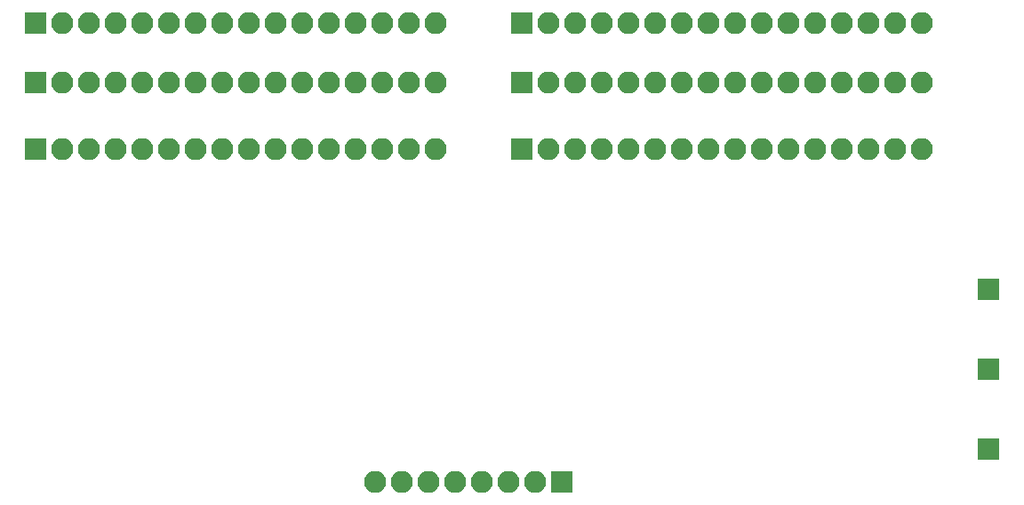
<source format=gbs>
G04 #@! TF.FileFunction,Soldermask,Bot*
%FSLAX46Y46*%
G04 Gerber Fmt 4.6, Leading zero omitted, Abs format (unit mm)*
G04 Created by KiCad (PCBNEW 4.0.6) date Tuesday, April 17, 2018 'PMt' 09:28:30 PM*
%MOMM*%
%LPD*%
G01*
G04 APERTURE LIST*
%ADD10C,0.100000*%
%ADD11R,2.100000X2.100000*%
%ADD12O,2.100000X2.100000*%
G04 APERTURE END LIST*
D10*
D11*
X153035000Y-83185000D03*
D12*
X155575000Y-83185000D03*
X158115000Y-83185000D03*
X160655000Y-83185000D03*
X163195000Y-83185000D03*
X165735000Y-83185000D03*
X168275000Y-83185000D03*
X170815000Y-83185000D03*
X173355000Y-83185000D03*
X175895000Y-83185000D03*
X178435000Y-83185000D03*
X180975000Y-83185000D03*
X183515000Y-83185000D03*
X186055000Y-83185000D03*
X188595000Y-83185000D03*
X191135000Y-83185000D03*
D11*
X106680000Y-89535000D03*
D12*
X109220000Y-89535000D03*
X111760000Y-89535000D03*
X114300000Y-89535000D03*
X116840000Y-89535000D03*
X119380000Y-89535000D03*
X121920000Y-89535000D03*
X124460000Y-89535000D03*
X127000000Y-89535000D03*
X129540000Y-89535000D03*
X132080000Y-89535000D03*
X134620000Y-89535000D03*
X137160000Y-89535000D03*
X139700000Y-89535000D03*
X142240000Y-89535000D03*
X144780000Y-89535000D03*
D11*
X106680000Y-83185000D03*
D12*
X109220000Y-83185000D03*
X111760000Y-83185000D03*
X114300000Y-83185000D03*
X116840000Y-83185000D03*
X119380000Y-83185000D03*
X121920000Y-83185000D03*
X124460000Y-83185000D03*
X127000000Y-83185000D03*
X129540000Y-83185000D03*
X132080000Y-83185000D03*
X134620000Y-83185000D03*
X137160000Y-83185000D03*
X139700000Y-83185000D03*
X142240000Y-83185000D03*
X144780000Y-83185000D03*
D11*
X153035000Y-89535000D03*
D12*
X155575000Y-89535000D03*
X158115000Y-89535000D03*
X160655000Y-89535000D03*
X163195000Y-89535000D03*
X165735000Y-89535000D03*
X168275000Y-89535000D03*
X170815000Y-89535000D03*
X173355000Y-89535000D03*
X175895000Y-89535000D03*
X178435000Y-89535000D03*
X180975000Y-89535000D03*
X183515000Y-89535000D03*
X186055000Y-89535000D03*
X188595000Y-89535000D03*
X191135000Y-89535000D03*
D11*
X153035000Y-77470000D03*
D12*
X155575000Y-77470000D03*
X158115000Y-77470000D03*
X160655000Y-77470000D03*
X163195000Y-77470000D03*
X165735000Y-77470000D03*
X168275000Y-77470000D03*
X170815000Y-77470000D03*
X173355000Y-77470000D03*
X175895000Y-77470000D03*
X178435000Y-77470000D03*
X180975000Y-77470000D03*
X183515000Y-77470000D03*
X186055000Y-77470000D03*
X188595000Y-77470000D03*
X191135000Y-77470000D03*
D11*
X106680000Y-77470000D03*
D12*
X109220000Y-77470000D03*
X111760000Y-77470000D03*
X114300000Y-77470000D03*
X116840000Y-77470000D03*
X119380000Y-77470000D03*
X121920000Y-77470000D03*
X124460000Y-77470000D03*
X127000000Y-77470000D03*
X129540000Y-77470000D03*
X132080000Y-77470000D03*
X134620000Y-77470000D03*
X137160000Y-77470000D03*
X139700000Y-77470000D03*
X142240000Y-77470000D03*
X144780000Y-77470000D03*
D11*
X156845000Y-121285000D03*
D12*
X154305000Y-121285000D03*
X151765000Y-121285000D03*
X149225000Y-121285000D03*
X146685000Y-121285000D03*
X144145000Y-121285000D03*
X141605000Y-121285000D03*
X139065000Y-121285000D03*
D11*
X197485000Y-118110000D03*
X197485000Y-110490000D03*
X197485000Y-102870000D03*
M02*

</source>
